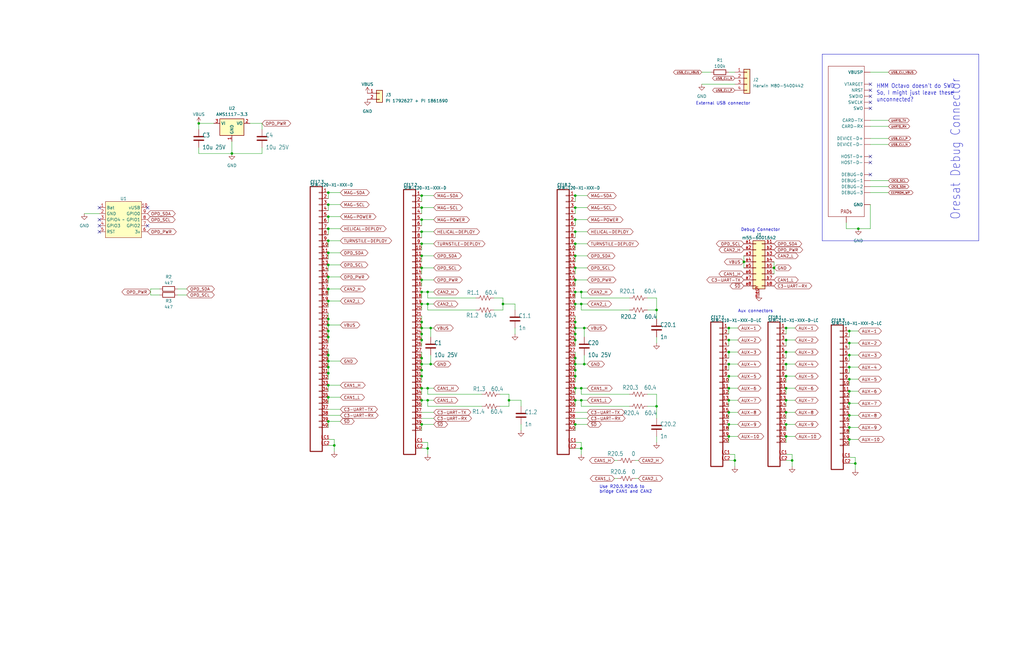
<source format=kicad_sch>
(kicad_sch (version 20230121) (generator eeschema)
  (paper "USLedger")
  (junction (at 313.69 110.49))
  (junction (at 358.14 149.86))
  (junction (at 307.34 148.59))
  (junction (at 276.86 130.81))
  (junction (at 138.43 81.28))
  (junction (at 242.57 163.83))
  (junction (at 331.47 158.75))
  (junction (at 177.8 135.89))
  (junction (at 245.11 123.19))
  (junction (at 138.43 91.44))
  (junction (at 177.8 151.13))
  (junction (at 177.8 168.91))
  (junction (at 138.43 101.6))
  (junction (at 307.34 168.91))
  (junction (at 138.43 177.8))
  (junction (at 245.11 128.27))
  (junction (at 358.14 154.94))
  (junction (at 242.57 158.75))
  (junction (at 177.8 158.75))
  (junction (at 307.34 163.83))
  (junction (at 246.38 138.43))
  (junction (at 180.34 123.19))
  (junction (at 242.57 92.71))
  (junction (at 331.47 168.91))
  (junction (at 309.88 194.31))
  (junction (at 242.57 118.11))
  (junction (at 177.8 87.63))
  (junction (at 177.8 123.19))
  (junction (at 242.57 138.43))
  (junction (at 177.8 107.95))
  (junction (at 242.57 82.55))
  (junction (at 242.57 153.67))
  (junction (at 138.43 86.36))
  (junction (at 138.43 127))
  (junction (at 245.11 163.83))
  (junction (at 177.8 118.11))
  (junction (at 242.57 156.21))
  (junction (at 138.43 137.16))
  (junction (at 177.8 143.51))
  (junction (at 138.43 134.62))
  (junction (at 331.47 148.59))
  (junction (at 138.43 142.24))
  (junction (at 331.47 138.43))
  (junction (at 331.47 179.07))
  (junction (at 242.57 113.03))
  (junction (at 138.43 152.4))
  (junction (at 177.8 102.87))
  (junction (at 138.43 157.48))
  (junction (at 358.14 185.42))
  (junction (at 177.8 113.03))
  (junction (at 331.47 173.99))
  (junction (at 180.34 128.27))
  (junction (at 138.43 116.84))
  (junction (at 138.43 154.94))
  (junction (at 242.57 179.07))
  (junction (at 242.57 135.89))
  (junction (at 242.57 107.95))
  (junction (at 307.34 158.75))
  (junction (at 138.43 111.76))
  (junction (at 358.14 160.02))
  (junction (at 177.8 156.21))
  (junction (at 83.82 52.07))
  (junction (at 242.57 123.19))
  (junction (at 242.57 168.91))
  (junction (at 331.47 163.83))
  (junction (at 181.61 153.67))
  (junction (at 138.43 121.92))
  (junction (at 358.14 165.1))
  (junction (at 242.57 97.79))
  (junction (at 307.34 143.51))
  (junction (at 177.8 128.27))
  (junction (at 180.34 163.83))
  (junction (at 358.14 170.18))
  (junction (at 307.34 153.67))
  (junction (at 177.8 153.67))
  (junction (at 140.97 187.96))
  (junction (at 331.47 184.15))
  (junction (at 180.34 189.23))
  (junction (at 331.47 143.51))
  (junction (at 361.95 96.52))
  (junction (at 242.57 128.27))
  (junction (at 177.8 140.97))
  (junction (at 214.63 168.91))
  (junction (at 242.57 143.51))
  (junction (at 242.57 102.87))
  (junction (at 307.34 173.99))
  (junction (at 138.43 96.52))
  (junction (at 307.34 184.15))
  (junction (at 334.01 194.31))
  (junction (at 358.14 144.78))
  (junction (at 242.57 140.97))
  (junction (at 245.11 168.91))
  (junction (at 276.86 171.45))
  (junction (at 212.09 128.27))
  (junction (at 242.57 87.63))
  (junction (at 138.43 167.64))
  (junction (at 307.34 138.43))
  (junction (at 177.8 97.79))
  (junction (at 358.14 175.26))
  (junction (at 177.8 179.07))
  (junction (at 138.43 149.86))
  (junction (at 358.14 180.34))
  (junction (at 138.43 106.68))
  (junction (at 360.68 195.58))
  (junction (at 358.14 139.7))
  (junction (at 180.34 168.91))
  (junction (at 331.47 153.67))
  (junction (at 177.8 163.83))
  (junction (at 307.34 179.07))
  (junction (at 177.8 92.71))
  (junction (at 177.8 138.43))
  (junction (at 138.43 139.7))
  (junction (at 326.39 113.03))
  (junction (at 246.38 153.67))
  (junction (at 245.11 189.23))
  (junction (at 177.8 82.55))
  (junction (at 97.79 64.77))
  (junction (at 138.43 162.56))
  (junction (at 242.57 151.13))
  (junction (at 181.61 138.43))
  (no_connect (at 367.03 38.1))
  (no_connect (at 367.03 73.66))
  (no_connect (at 367.03 68.58))
  (no_connect (at 367.03 35.56))
  (no_connect (at 41.91 92.71))
  (no_connect (at 41.91 87.63))
  (no_connect (at 62.23 87.63))
  (no_connect (at 367.03 45.72))
  (no_connect (at 41.91 97.79))
  (no_connect (at 367.03 43.18))
  (no_connect (at 62.23 95.25))
  (no_connect (at 367.03 66.04))
  (no_connect (at 367.03 40.64))
  (no_connect (at 41.91 95.25))
  (wire (pts (xy 267.97 194.31) (xy 269.24 194.31)))
  (wire (pts (xy 356.87 93.98) (xy 356.87 96.52)) (stroke (width 0.1524)))
  (wire (pts (xy 83.82 64.77) (xy 97.79 64.77)))
  (wire (pts (xy 331.47 163.83) (xy 335.28 163.83)))
  (wire (pts (xy 138.43 96.52) (xy 138.43 99.06)))
  (wire (pts (xy 242.57 189.23) (xy 245.11 189.23)))
  (wire (pts (xy 326.39 110.49) (xy 326.39 113.03)))
  (wire (pts (xy 242.57 107.95) (xy 242.57 110.49)))
  (wire (pts (xy 247.65 138.43) (xy 246.38 138.43)))
  (wire (pts (xy 307.34 158.75) (xy 307.34 161.29)))
  (wire (pts (xy 242.57 102.87) (xy 242.57 105.41)))
  (wire (pts (xy 138.43 162.56) (xy 138.43 165.1)))
  (wire (pts (xy 182.88 163.83) (xy 180.34 163.83)))
  (wire (pts (xy 219.71 171.45) (xy 219.71 168.91)))
  (wire (pts (xy 358.14 139.7) (xy 358.14 142.24)))
  (wire (pts (xy 245.11 171.45) (xy 265.43 171.45)))
  (wire (pts (xy 177.8 143.51) (xy 177.8 146.05)))
  (wire (pts (xy 182.88 107.95) (xy 177.8 107.95)))
  (wire (pts (xy 245.11 186.69) (xy 245.11 189.23)))
  (wire (pts (xy 143.51 116.84) (xy 138.43 116.84)))
  (wire (pts (xy 180.34 166.37) (xy 203.2 166.37)))
  (wire (pts (xy 212.09 125.73) (xy 212.09 128.27)))
  (wire (pts (xy 177.8 123.19) (xy 177.8 125.73)))
  (wire (pts (xy 331.47 168.91) (xy 331.47 171.45)))
  (wire (pts (xy 358.14 139.7) (xy 361.95 139.7)))
  (wire (pts (xy 331.47 184.15) (xy 335.28 184.15)))
  (wire (pts (xy 358.14 175.26) (xy 358.14 177.8)))
  (wire (pts (xy 242.57 97.79) (xy 242.57 100.33)))
  (wire (pts (xy 313.69 107.95) (xy 313.69 110.49)))
  (wire (pts (xy 138.43 175.26) (xy 143.51 175.26)))
  (wire (pts (xy 276.86 142.24) (xy 276.86 144.78)))
  (wire (pts (xy 143.51 101.6) (xy 138.43 101.6)))
  (wire (pts (xy 309.88 196.85) (xy 309.88 194.31)))
  (wire (pts (xy 138.43 177.8) (xy 138.43 180.34)))
  (wire (pts (xy 138.43 167.64) (xy 143.51 167.64)))
  (wire (pts (xy 242.57 186.69) (xy 245.11 186.69)))
  (wire (pts (xy 331.47 153.67) (xy 331.47 156.21)))
  (wire (pts (xy 273.05 130.81) (xy 276.86 130.81)))
  (wire (pts (xy 245.11 166.37) (xy 265.43 166.37)))
  (wire (pts (xy 356.87 96.52) (xy 361.95 96.52)) (stroke (width 0.1524)))
  (wire (pts (xy 177.8 92.71) (xy 182.88 92.71)))
  (wire (pts (xy 177.8 102.87) (xy 177.8 105.41)))
  (wire (pts (xy 358.14 144.78) (xy 361.95 144.78)))
  (wire (pts (xy 331.47 143.51) (xy 335.28 143.51)))
  (wire (pts (xy 242.57 92.71) (xy 242.57 95.25)))
  (wire (pts (xy 138.43 137.16) (xy 138.43 139.7)))
  (wire (pts (xy 358.14 149.86) (xy 358.14 152.4)))
  (wire (pts (xy 307.34 30.48) (xy 309.88 30.48)))
  (wire (pts (xy 358.14 160.02) (xy 361.95 160.02)))
  (wire (pts (xy 214.63 168.91) (xy 214.63 171.45)))
  (wire (pts (xy 210.82 166.37) (xy 214.63 166.37)))
  (wire (pts (xy 331.47 179.07) (xy 331.47 181.61)))
  (wire (pts (xy 138.43 157.48) (xy 138.43 160.02)))
  (wire (pts (xy 177.8 179.07) (xy 177.8 181.61)))
  (wire (pts (xy 181.61 153.67) (xy 177.8 153.67)))
  (wire (pts (xy 267.97 201.93) (xy 269.24 201.93)))
  (wire (pts (xy 177.8 82.55) (xy 177.8 85.09)))
  (wire (pts (xy 245.11 123.19) (xy 245.11 125.73)))
  (wire (pts (xy 246.38 153.67) (xy 242.57 153.67)))
  (wire (pts (xy 97.79 59.69) (xy 97.79 64.77)))
  (wire (pts (xy 177.8 97.79) (xy 177.8 100.33)))
  (wire (pts (xy 242.57 118.11) (xy 242.57 120.65)))
  (wire (pts (xy 358.14 149.86) (xy 361.95 149.86)))
  (wire (pts (xy 138.43 86.36) (xy 143.51 86.36)))
  (wire (pts (xy 245.11 163.83) (xy 242.57 163.83)))
  (wire (pts (xy 360.68 195.58) (xy 358.14 195.58)))
  (wire (pts (xy 358.14 165.1) (xy 358.14 167.64)))
  (wire (pts (xy 177.8 148.59) (xy 177.8 151.13)))
  (wire (pts (xy 307.34 158.75) (xy 311.15 158.75)))
  (wire (pts (xy 242.57 153.67) (xy 242.57 156.21)))
  (wire (pts (xy 138.43 81.28) (xy 138.43 83.82)))
  (wire (pts (xy 212.09 128.27) (xy 212.09 130.81)))
  (wire (pts (xy 177.8 163.83) (xy 177.8 166.37)))
  (wire (pts (xy 182.88 168.91) (xy 180.34 168.91)))
  (wire (pts (xy 367.03 60.96) (xy 374.65 60.96)) (stroke (width 0.1524)))
  (wire (pts (xy 367.03 96.52) (xy 367.03 86.36)) (stroke (width 0.1524)))
  (wire (pts (xy 242.57 176.53) (xy 247.65 176.53)))
  (wire (pts (xy 214.63 166.37) (xy 214.63 168.91)))
  (wire (pts (xy 367.03 30.48) (xy 374.65 30.48)) (stroke (width 0.1524)))
  (wire (pts (xy 138.43 152.4) (xy 138.43 154.94)))
  (wire (pts (xy 110.49 52.07) (xy 110.49 54.61)))
  (wire (pts (xy 273.05 166.37) (xy 276.86 166.37)))
  (wire (pts (xy 307.34 138.43) (xy 307.34 140.97)))
  (wire (pts (xy 367.03 81.28) (xy 374.65 81.28)) (stroke (width 0.1524)))
  (wire (pts (xy 242.57 156.21) (xy 242.57 158.75)))
  (wire (pts (xy 138.43 121.92) (xy 143.51 121.92)))
  (wire (pts (xy 331.47 158.75) (xy 335.28 158.75)))
  (wire (pts (xy 259.08 201.93) (xy 260.35 201.93)))
  (wire (pts (xy 259.08 194.31) (xy 260.35 194.31)))
  (wire (pts (xy 358.14 160.02) (xy 358.14 162.56)))
  (wire (pts (xy 247.65 118.11) (xy 242.57 118.11)))
  (wire (pts (xy 247.65 102.87) (xy 242.57 102.87)))
  (wire (pts (xy 307.34 153.67) (xy 311.15 153.67)))
  (wire (pts (xy 307.34 148.59) (xy 307.34 151.13)))
  (wire (pts (xy 331.47 158.75) (xy 331.47 161.29)))
  (wire (pts (xy 208.28 125.73) (xy 212.09 125.73)))
  (wire (pts (xy 138.43 86.36) (xy 138.43 88.9)))
  (wire (pts (xy 181.61 138.43) (xy 181.61 142.24)))
  (wire (pts (xy 242.57 87.63) (xy 247.65 87.63)))
  (wire (pts (xy 242.57 92.71) (xy 247.65 92.71)))
  (wire (pts (xy 140.97 187.96) (xy 140.97 190.5)))
  (wire (pts (xy 35.56 90.17) (xy 41.91 90.17)))
  (wire (pts (xy 295.91 30.48) (xy 299.72 30.48)))
  (wire (pts (xy 110.49 64.77) (xy 110.49 62.23)))
  (wire (pts (xy 97.79 64.77) (xy 110.49 64.77)))
  (wire (pts (xy 247.65 107.95) (xy 242.57 107.95)))
  (wire (pts (xy 143.51 172.72) (xy 138.43 172.72)))
  (wire (pts (xy 138.43 132.08) (xy 138.43 134.62)))
  (wire (pts (xy 140.97 185.42) (xy 140.97 187.96)))
  (wire (pts (xy 242.57 135.89) (xy 242.57 138.43)))
  (wire (pts (xy 358.14 144.78) (xy 358.14 147.32)))
  (wire (pts (xy 331.47 143.51) (xy 331.47 146.05)))
  (wire (pts (xy 309.88 194.31) (xy 309.88 191.77)))
  (wire (pts (xy 246.38 138.43) (xy 246.38 142.24)))
  (wire (pts (xy 180.34 168.91) (xy 177.8 168.91)))
  (wire (pts (xy 331.47 173.99) (xy 335.28 173.99)))
  (wire (pts (xy 309.88 194.31) (xy 307.34 194.31)))
  (wire (pts (xy 138.43 137.16) (xy 143.51 137.16)))
  (wire (pts (xy 247.65 128.27) (xy 245.11 128.27)))
  (wire (pts (xy 358.14 180.34) (xy 361.95 180.34)))
  (wire (pts (xy 177.8 118.11) (xy 177.8 120.65)))
  (wire (pts (xy 242.57 148.59) (xy 242.57 151.13)))
  (wire (pts (xy 182.88 138.43) (xy 181.61 138.43)))
  (wire (pts (xy 138.43 185.42) (xy 140.97 185.42)))
  (wire (pts (xy 358.14 185.42) (xy 358.14 187.96)))
  (wire (pts (xy 105.41 52.07) (xy 110.49 52.07)))
  (wire (pts (xy 273.05 125.73) (xy 276.86 125.73)))
  (wire (pts (xy 367.03 76.2) (xy 374.65 76.2)) (stroke (width 0.1524)))
  (wire (pts (xy 177.8 107.95) (xy 177.8 110.49)))
  (wire (pts (xy 138.43 91.44) (xy 143.51 91.44)))
  (wire (pts (xy 74.93 121.92) (xy 78.74 121.92)))
  (wire (pts (xy 245.11 168.91) (xy 242.57 168.91)))
  (wire (pts (xy 247.65 179.07) (xy 242.57 179.07)))
  (wire (pts (xy 63.5 121.92) (xy 63.5 124.46)))
  (wire (pts (xy 210.82 171.45) (xy 214.63 171.45)))
  (wire (pts (xy 307.34 179.07) (xy 311.15 179.07)))
  (wire (pts (xy 138.43 162.56) (xy 143.51 162.56)))
  (wire (pts (xy 177.8 168.91) (xy 177.8 171.45)))
  (wire (pts (xy 90.17 52.07) (xy 83.82 52.07)))
  (wire (pts (xy 361.95 96.52) (xy 367.03 96.52)) (stroke (width 0.1524)))
  (wire (pts (xy 295.91 35.56) (xy 309.88 35.56)))
  (wire (pts (xy 276.86 125.73) (xy 276.86 130.81)))
  (wire (pts (xy 242.57 163.83) (xy 242.57 166.37)))
  (wire (pts (xy 358.14 175.26) (xy 361.95 175.26)))
  (wire (pts (xy 138.43 116.84) (xy 138.43 119.38)))
  (wire (pts (xy 182.88 128.27) (xy 180.34 128.27)))
  (wire (pts (xy 182.88 102.87) (xy 177.8 102.87)))
  (wire (pts (xy 307.34 163.83) (xy 311.15 163.83)))
  (wire (pts (xy 242.57 179.07) (xy 242.57 181.61)))
  (wire (pts (xy 307.34 148.59) (xy 311.15 148.59)))
  (wire (pts (xy 177.8 186.69) (xy 180.34 186.69)))
  (wire (pts (xy 83.82 62.23) (xy 83.82 64.77)))
  (wire (pts (xy 177.8 189.23) (xy 180.34 189.23)))
  (wire (pts (xy 138.43 106.68) (xy 138.43 109.22)))
  (wire (pts (xy 242.57 151.13) (xy 242.57 153.67)))
  (wire (pts (xy 242.57 128.27) (xy 242.57 130.81)))
  (wire (pts (xy 245.11 168.91) (xy 245.11 171.45)))
  (wire (pts (xy 177.8 156.21) (xy 177.8 158.75)))
  (wire (pts (xy 367.03 50.8) (xy 374.65 50.8)) (stroke (width 0.1524)))
  (wire (pts (xy 242.57 140.97) (xy 242.57 143.51)))
  (wire (pts (xy 138.43 127) (xy 138.43 129.54)))
  (wire (pts (xy 334.01 191.77) (xy 331.47 191.77)))
  (wire (pts (xy 177.8 97.79) (xy 182.88 97.79)))
  (wire (pts (xy 138.43 91.44) (xy 138.43 93.98)))
  (wire (pts (xy 177.8 128.27) (xy 177.8 130.81)))
  (wire (pts (xy 276.86 184.15) (xy 276.86 186.69)))
  (wire (pts (xy 331.47 153.67) (xy 335.28 153.67)))
  (wire (pts (xy 138.43 111.76) (xy 138.43 114.3)))
  (wire (pts (xy 331.47 148.59) (xy 335.28 148.59)))
  (wire (pts (xy 313.69 110.49) (xy 313.69 113.03)))
  (polyline (pts (xy 412.75 101.6) (xy 412.75 22.86)) (stroke (width 0.1524) (type solid)))
  (wire (pts (xy 307.34 168.91) (xy 307.34 171.45)))
  (wire (pts (xy 245.11 189.23) (xy 245.11 191.77)))
  (wire (pts (xy 307.34 173.99) (xy 307.34 176.53)))
  (wire (pts (xy 138.43 187.96) (xy 140.97 187.96)))
  (wire (pts (xy 245.11 123.19) (xy 247.65 123.19)))
  (wire (pts (xy 245.11 128.27) (xy 245.11 130.81)))
  (wire (pts (xy 180.34 163.83) (xy 180.34 166.37)))
  (wire (pts (xy 246.38 138.43) (xy 242.57 138.43)))
  (wire (pts (xy 180.34 130.81) (xy 200.66 130.81)))
  (wire (pts (xy 138.43 127) (xy 143.51 127)))
  (polyline (pts (xy 346.71 22.86) (xy 346.71 101.6)) (stroke (width 0.1524) (type solid)))
  (wire (pts (xy 331.47 148.59) (xy 331.47 151.13)))
  (wire (pts (xy 276.86 166.37) (xy 276.86 171.45)))
  (wire (pts (xy 182.88 179.07) (xy 177.8 179.07)))
  (wire (pts (xy 247.65 173.99) (xy 242.57 173.99)))
  (wire (pts (xy 182.88 113.03) (xy 177.8 113.03)))
  (wire (pts (xy 242.57 138.43) (xy 242.57 140.97)))
  (wire (pts (xy 242.57 123.19) (xy 245.11 123.19)))
  (wire (pts (xy 180.34 186.69) (xy 180.34 189.23)))
  (wire (pts (xy 247.65 113.03) (xy 242.57 113.03)))
  (wire (pts (xy 138.43 81.28) (xy 143.51 81.28)))
  (wire (pts (xy 273.05 171.45) (xy 276.86 171.45)))
  (wire (pts (xy 358.14 154.94) (xy 358.14 157.48)))
  (wire (pts (xy 247.65 168.91) (xy 245.11 168.91)))
  (wire (pts (xy 326.39 113.03) (xy 326.39 115.57)))
  (wire (pts (xy 245.11 130.81) (xy 265.43 130.81)))
  (wire (pts (xy 177.8 176.53) (xy 182.88 176.53)))
  (wire (pts (xy 242.57 133.35) (xy 242.57 135.89)))
  (wire (pts (xy 180.34 163.83) (xy 177.8 163.83)))
  (wire (pts (xy 177.8 113.03) (xy 177.8 115.57)))
  (polyline (pts (xy 412.75 22.86) (xy 346.71 22.86)) (stroke (width 0.1524) (type solid)))
  (wire (pts (xy 242.57 82.55) (xy 247.65 82.55)))
  (wire (pts (xy 246.38 149.86) (xy 246.38 153.67)))
  (wire (pts (xy 177.8 138.43) (xy 177.8 140.97)))
  (wire (pts (xy 138.43 142.24) (xy 138.43 144.78)))
  (wire (pts (xy 367.03 53.34) (xy 374.65 53.34)) (stroke (width 0.1524)))
  (wire (pts (xy 307.34 138.43) (xy 311.15 138.43)))
  (wire (pts (xy 177.8 158.75) (xy 177.8 161.29)))
  (wire (pts (xy 331.47 163.83) (xy 331.47 166.37)))
  (wire (pts (xy 331.47 179.07) (xy 335.28 179.07)))
  (wire (pts (xy 217.17 138.43) (xy 217.17 140.97)))
  (wire (pts (xy 177.8 123.19) (xy 180.34 123.19)))
  (wire (pts (xy 331.47 138.43) (xy 335.28 138.43)))
  (wire (pts (xy 360.68 195.58) (xy 360.68 193.04)))
  (wire (pts (xy 242.57 87.63) (xy 242.57 90.17)))
  (wire (pts (xy 242.57 113.03) (xy 242.57 115.57)))
  (wire (pts (xy 138.43 147.32) (xy 138.43 149.86)))
  (wire (pts (xy 331.47 173.99) (xy 331.47 176.53)))
  (wire (pts (xy 138.43 152.4) (xy 143.51 152.4)))
  (wire (pts (xy 307.34 184.15) (xy 311.15 184.15)))
  (wire (pts (xy 177.8 140.97) (xy 177.8 143.51)))
  (wire (pts (xy 208.28 130.81) (xy 212.09 130.81)))
  (wire (pts (xy 138.43 121.92) (xy 138.43 124.46)))
  (wire (pts (xy 180.34 123.19) (xy 182.88 123.19)))
  (wire (pts (xy 182.88 173.99) (xy 177.8 173.99)))
  (wire (pts (xy 307.34 168.91) (xy 311.15 168.91)))
  (wire (pts (xy 358.14 170.18) (xy 361.95 170.18)))
  (wire (pts (xy 177.8 151.13) (xy 177.8 153.67)))
  (wire (pts (xy 309.88 191.77) (xy 307.34 191.77)))
  (wire (pts (xy 181.61 149.86) (xy 181.61 153.67)))
  (wire (pts (xy 180.34 128.27) (xy 180.34 130.81)))
  (wire (pts (xy 143.51 106.68) (xy 138.43 106.68)))
  (wire (pts (xy 143.51 177.8) (xy 138.43 177.8)))
  (wire (pts (xy 67.31 121.92) (xy 63.5 121.92)))
  (wire (pts (xy 334.01 194.31) (xy 331.47 194.31)))
  (wire (pts (xy 181.61 138.43) (xy 177.8 138.43)))
  (wire (pts (xy 138.43 96.52) (xy 143.51 96.52)))
  (wire (pts (xy 83.82 52.07) (xy 83.82 54.61)))
  (wire (pts (xy 358.14 154.94) (xy 361.95 154.94)))
  (wire (pts (xy 367.03 78.74) (xy 374.65 78.74)) (stroke (width 0.1524)))
  (wire (pts (xy 242.57 143.51) (xy 242.57 146.05)))
  (wire (pts (xy 217.17 128.27) (xy 217.17 130.81)))
  (wire (pts (xy 331.47 138.43) (xy 331.47 140.97)))
  (wire (pts (xy 177.8 133.35) (xy 177.8 135.89)))
  (wire (pts (xy 358.14 185.42) (xy 361.95 185.42)))
  (wire (pts (xy 245.11 128.27) (xy 242.57 128.27)))
  (wire (pts (xy 138.43 101.6) (xy 138.43 104.14)))
  (wire (pts (xy 177.8 92.71) (xy 177.8 95.25)))
  (wire (pts (xy 182.88 118.11) (xy 177.8 118.11)))
  (wire (pts (xy 334.01 194.31) (xy 334.01 191.77)))
  (wire (pts (xy 242.57 123.19) (xy 242.57 125.73)))
  (wire (pts (xy 219.71 179.07) (xy 219.71 181.61)))
  (wire (pts (xy 177.8 153.67) (xy 177.8 156.21)))
  (wire (pts (xy 138.43 154.94) (xy 138.43 157.48)))
  (wire (pts (xy 177.8 87.63) (xy 177.8 90.17)))
  (wire (pts (xy 212.09 128.27) (xy 217.17 128.27)))
  (wire (pts (xy 307.34 143.51) (xy 307.34 146.05)))
  (wire (pts (xy 177.8 135.89) (xy 177.8 138.43)))
  (wire (pts (xy 334.01 196.85) (xy 334.01 194.31)))
  (wire (pts (xy 180.34 189.23) (xy 180.34 191.77)))
  (wire (pts (xy 360.68 198.12) (xy 360.68 195.58)))
  (wire (pts (xy 307.34 184.15) (xy 307.34 186.69)))
  (wire (pts (xy 242.57 82.55) (xy 242.57 85.09)))
  (wire (pts (xy 242.57 97.79) (xy 247.65 97.79)))
  (wire (pts (xy 367.03 58.42) (xy 374.65 58.42)) (stroke (width 0.1524)))
  (wire (pts (xy 138.43 167.64) (xy 138.43 170.18)))
  (wire (pts (xy 307.34 143.51) (xy 311.15 143.51)))
  (wire (pts (xy 138.43 149.86) (xy 138.43 152.4)))
  (wire (pts (xy 180.34 168.91) (xy 180.34 171.45)))
  (wire (pts (xy 242.57 158.75) (xy 242.57 161.29)))
  (wire (pts (xy 276.86 171.45) (xy 276.86 176.53)))
  (wire (pts (xy 143.51 111.76) (xy 138.43 111.76)))
  (polyline (pts (xy 346.71 101.6) (xy 412.75 101.6)) (stroke (width 0.1524) (type solid)))
  (wire (pts (xy 214.63 168.91) (xy 219.71 168.91)))
  (wire (pts (xy 180.34 123.19) (xy 180.34 125.73)))
  (wire (pts (xy 307.34 153.67) (xy 307.34 156.21)))
  (wire (pts (xy 307.34 173.99) (xy 311.15 173.99)))
  (wire (pts (xy 358.14 180.34) (xy 358.14 182.88)))
  (wire (pts (xy 247.65 153.67) (xy 246.38 153.67)))
  (wire (pts (xy 182.88 153.67) (xy 181.61 153.67)))
  (wire (pts (xy 276.86 130.81) (xy 276.86 134.62)))
  (wire (pts (xy 358.14 170.18) (xy 358.14 172.72)))
  (wire (pts (xy 247.65 163.83) (xy 245.11 163.83)))
  (wire (pts (xy 307.34 163.83) (xy 307.34 166.37)))
  (wire (pts (xy 177.8 82.55) (xy 182.88 82.55)))
  (wire (pts (xy 138.43 139.7) (xy 138.43 142.24)))
  (wire (pts (xy 63.5 124.46) (xy 67.31 124.46)))
  (wire (pts (xy 331.47 168.91) (xy 335.28 168.91)))
  (wire (pts (xy 177.8 87.63) (xy 182.88 87.63)))
  (wire (pts (xy 180.34 125.73) (xy 200.66 125.73)))
  (wire (pts (xy 180.34 171.45) (xy 203.2 171.45)))
  (wire (pts (xy 360.68 193.04) (xy 358.14 193.04)))
  (wire (pts (xy 245.11 125.73) (xy 265.43 125.73)))
  (wire (pts (xy 358.14 165.1) (xy 361.95 165.1)))
  (wire (pts (xy 74.93 124.46) (xy 78.74 124.46)))
  (wire (pts (xy 307.34 179.07) (xy 307.34 181.61)))
  (wire (pts (xy 331.47 184.15) (xy 331.47 186.69)))
  (wire (pts (xy 245.11 163.83) (xy 245.11 166.37)))
  (wire (pts (xy 242.57 168.91) (xy 242.57 171.45)))
  (wire (pts (xy 138.43 134.62) (xy 138.43 137.16)))
  (wire (pts (xy 180.34 128.27) (xy 177.8 128.27)))
  (text "Debug Connector" (at 312.42 97.79 0) (effects (font (size 1.27 1.27)) (justify left bottom)))
  (text "Use R20.5,R20.6 to\nbridge CAN1 and CAN2" (at 252.73 208.28 0) (effects (font (size 1.27 1.27)) (justify left bottom)))
  (text "External USB connector" (at 293.37 44.45 0) (effects (font (size 1.27 1.27)) (justify left bottom)))
  (text "Oresat Debug Connector" (at 405.13 33.02 90) (effects (font (size 3.81 3.2385)) (justify right bottom)))
  (text "HMM Octavo doesn't do SWD\nSo, I might just leave these\nunconnected?" (at 369.57 43.18 0) (effects (font (size 1.778 1.5113)) (justify left bottom)))
  (text "Aux connectors" (at 311.15 132.08 0) (effects (font (size 1.27 1.27)) (justify left bottom)))
  (global_label "C3-UART-TX" (shape bidirectional) (at 247.65 173.99 0) (effects (font (size 1.2446 1.2446))) (property "Intersheetrefs" "${INTERSHEET_REFS}" (effects hide)))
  (global_label "AUX-5" (shape bidirectional) (at 361.95 160.02 0) (effects (font (size 1.2446 1.2446))) (property "Intersheetrefs" "${INTERSHEET_REFS}" (effects hide)))
  (global_label "C3-UART-TX" (shape bidirectional) (at 182.88 173.99 0) (effects (font (size 1.2446 1.2446))) (property "Intersheetrefs" "${INTERSHEET_REFS}" (effects hide)))
  (global_label "VBUS" (shape bidirectional) (at 247.65 138.43 0) (effects (font (size 1.2446 1.2446))) (property "Intersheetrefs" "${INTERSHEET_REFS}" (effects hide)))
  (global_label "CAN2_L" (shape bidirectional) (at 143.51 127 0) (effects (font (size 1.2446 1.2446))) (property "Intersheetrefs" "${INTERSHEET_REFS}" (effects hide)))
  (global_label "AUX-6" (shape bidirectional) (at 361.95 165.1 0) (effects (font (size 1.2446 1.2446))) (property "Intersheetrefs" "${INTERSHEET_REFS}" (effects hide)))
  (global_label "CAN1_H" (shape bidirectional) (at 313.69 115.57 180) (effects (font (size 1.2446 1.2446))) (property "Intersheetrefs" "${INTERSHEET_REFS}" (effects hide)))
  (global_label "MAG-SCL" (shape bidirectional) (at 247.65 87.63 0) (effects (font (size 1.2446 1.2446))) (property "Intersheetrefs" "${INTERSHEET_REFS}" (effects hide)))
  (global_label "AUX-6" (shape bidirectional) (at 311.15 163.83 0) (effects (font (size 1.2446 1.2446))) (property "Intersheetrefs" "${INTERSHEET_REFS}" (effects hide)))
  (global_label "OPD_PWR" (shape bidirectional) (at 62.23 97.79 0) (effects (font (size 1.2446 1.2446))) (property "Intersheetrefs" "${INTERSHEET_REFS}" (effects hide)))
  (global_label "OPD_SCL" (shape bidirectional) (at 143.51 111.76 0) (effects (font (size 1.2446 1.2446))) (property "Intersheetrefs" "${INTERSHEET_REFS}" (effects hide)))
  (global_label "~{SD}" (shape bidirectional) (at 313.69 120.65 180) (effects (font (size 1.2446 1.2446))) (property "Intersheetrefs" "${INTERSHEET_REFS}" (effects hide)))
  (global_label "VBUS" (shape bidirectional) (at 143.51 137.16 0) (effects (font (size 1.2446 1.2446))) (property "Intersheetrefs" "${INTERSHEET_REFS}" (effects hide)))
  (global_label "GND" (shape bidirectional) (at 326.39 113.03 0) (effects (font (size 1.2446 1.2446))) (property "Intersheetrefs" "${INTERSHEET_REFS}" (effects hide)))
  (global_label "MAG-SDA" (shape bidirectional) (at 143.51 81.28 0) (effects (font (size 1.2446 1.2446))) (property "Intersheetrefs" "${INTERSHEET_REFS}" (effects hide)))
  (global_label "OPD_PWR" (shape bidirectional) (at 110.49 52.07 0) (effects (font (size 1.2446 1.2446))) (property "Intersheetrefs" "${INTERSHEET_REFS}" (effects hide)))
  (global_label "USB_CLI_N" (shape bidirectional) (at 309.88 33.02 180) (effects (font (size 0.889 0.889))) (property "Intersheetrefs" "${INTERSHEET_REFS}" (effects hide)))
  (global_label "OPD_SDA" (shape bidirectional) (at 62.23 90.17 0) (effects (font (size 1.2446 1.2446))) (property "Intersheetrefs" "${INTERSHEET_REFS}" (effects hide)))
  (global_label "HELICAL-DEPLOY" (shape bidirectional) (at 247.65 97.79 0) (effects (font (size 1.2446 1.2446))) (property "Intersheetrefs" "${INTERSHEET_REFS}" (effects hide)))
  (global_label "AUX-9" (shape bidirectional) (at 335.28 179.07 0) (effects (font (size 1.2446 1.2446))) (property "Intersheetrefs" "${INTERSHEET_REFS}" (effects hide)))
  (global_label "I2C0_SDA" (shape bidirectional) (at 374.65 78.74 0) (effects (font (size 0.889 0.889))) (property "Intersheetrefs" "${INTERSHEET_REFS}" (effects hide)))
  (global_label "CAN2_L" (shape bidirectional) (at 269.24 201.93 0) (effects (font (size 1.2446 1.2446))) (property "Intersheetrefs" "${INTERSHEET_REFS}" (effects hide)))
  (global_label "USB_CLI_N" (shape bidirectional) (at 374.65 60.96 0) (effects (font (size 0.889 0.889))) (property "Intersheetrefs" "${INTERSHEET_REFS}" (effects hide)))
  (global_label "CAN1_L" (shape bidirectional) (at 259.08 201.93 180) (effects (font (size 1.2446 1.2446))) (property "Intersheetrefs" "${INTERSHEET_REFS}" (effects hide)))
  (global_label "HELICAL-DEPLOY" (shape bidirectional) (at 182.88 97.79 0) (effects (font (size 1.2446 1.2446))) (property "Intersheetrefs" "${INTERSHEET_REFS}" (effects hide)))
  (global_label "TURNSTILE-DEPLOY" (shape bidirectional) (at 182.88 102.87 0) (effects (font (size 1.2446 1.2446))) (property "Intersheetrefs" "${INTERSHEET_REFS}" (effects hide)))
  (global_label "CAN2_H" (shape bidirectional) (at 182.88 123.19 0) (effects (font (size 1.2446 1.2446))) (property "Intersheetrefs" "${INTERSHEET_REFS}" (effects hide)))
  (global_label "CAN2_L" (shape bidirectional) (at 326.39 107.95 0) (effects (font (size 1.2446 1.2446))) (property "Intersheetrefs" "${INTERSHEET_REFS}" (effects hide)))
  (global_label "CAN1_H" (shape bidirectional) (at 182.88 163.83 0) (effects (font (size 1.2446 1.2446))) (property "Intersheetrefs" "${INTERSHEET_REFS}" (effects hide)))
  (global_label "GND" (shape bidirectional) (at 143.51 152.4 0) (effects (font (size 1.2446 1.2446))) (property "Intersheetrefs" "${INTERSHEET_REFS}" (effects hide)))
  (global_label "C3-UART-TX" (shape bidirectional) (at 143.51 172.72 0) (effects (font (size 1.2446 1.2446))) (property "Intersheetrefs" "${INTERSHEET_REFS}" (effects hide)))
  (global_label "AUX-7" (shape bidirectional) (at 361.95 170.18 0) (effects (font (size 1.2446 1.2446))) (property "Intersheetrefs" "${INTERSHEET_REFS}" (effects hide)))
  (global_label "CAN2_L" (shape bidirectional) (at 182.88 128.27 0) (effects (font (size 1.2446 1.2446))) (property "Intersheetrefs" "${INTERSHEET_REFS}" (effects hide)))
  (global_label "AUX-9" (shape bidirectional) (at 361.95 180.34 0) (effects (font (size 1.2446 1.2446))) (property "Intersheetrefs" "${INTERSHEET_REFS}" (effects hide)))
  (global_label "AUX-3" (shape bidirectional) (at 311.15 148.59 0) (effects (font (size 1.2446 1.2446))) (property "Intersheetrefs" "${INTERSHEET_REFS}" (effects hide)))
  (global_label "MAG-SCL" (shape bidirectional) (at 143.51 86.36 0) (effects (font (size 1.2446 1.2446))) (property "Intersheetrefs" "${INTERSHEET_REFS}" (effects hide)))
  (global_label "OPD_SDA" (shape bidirectional) (at 143.51 106.68 0) (effects (font (size 1.2446 1.2446))) (property "Intersheetrefs" "${INTERSHEET_REFS}" (effects hide)))
  (global_label "~{SD}" (shape bidirectional) (at 247.65 179.07 0) (effects (font (size 1.2446 1.2446))) (property "Intersheetrefs" "${INTERSHEET_REFS}" (effects hide)))
  (global_label "HELICAL-DEPLOY" (shape bidirectional) (at 143.51 96.52 0) (effects (font (size 1.2446 1.2446))) (property "Intersheetrefs" "${INTERSHEET_REFS}" (effects hide)))
  (global_label "OPD_SCL" (shape bidirectional) (at 62.23 92.71 0) (effects (font (size 1.2446 1.2446))) (property "Intersheetrefs" "${INTERSHEET_REFS}" (effects hide)))
  (global_label "I2C0_SCL" (shape bidirectional) (at 374.65 76.2 0) (effects (font (size 0.889 0.889))) (property "Intersheetrefs" "${INTERSHEET_REFS}" (effects hide)))
  (global_label "AUX-8" (shape bidirectional) (at 361.95 175.26 0) (effects (font (size 1.2446 1.2446))) (property "Intersheetrefs" "${INTERSHEET_REFS}" (effects hide)))
  (global_label "AUX-4" (shape bidirectional) (at 361.95 154.94 0) (effects (font (size 1.2446 1.2446))) (property "Intersheetrefs" "${INTERSHEET_REFS}" (effects hide)))
  (global_label "OPD_SCL" (shape bidirectional) (at 182.88 113.03 0) (effects (font (size 1.2446 1.2446))) (property "Intersheetrefs" "${INTERSHEET_REFS}" (effects hide)))
  (global_label "CAN1_H" (shape bidirectional) (at 247.65 163.83 0) (effects (font (size 1.2446 1.2446))) (property "Intersheetrefs" "${INTERSHEET_REFS}" (effects hide)))
  (global_label "C3-UART-TX" (shape bidirectional) (at 313.69 118.11 180) (effects (font (size 1.2446 1.2446))) (property "Intersheetrefs" "${INTERSHEET_REFS}" (effects hide)))
  (global_label "OPD_SDA" (shape bidirectional) (at 182.88 107.95 0) (effects (font (size 1.2446 1.2446))) (property "Intersheetrefs" "${INTERSHEET_REFS}" (effects hide)))
  (global_label "AUX-8" (shape bidirectional) (at 311.15 173.99 0) (effects (font (size 1.2446 1.2446))) (property "Intersheetrefs" "${INTERSHEET_REFS}" (effects hide)))
  (global_label "~{SD}" (shape bidirectional) (at 182.88 179.07 0) (effects (font (size 1.2446 1.2446))) (property "Intersheetrefs" "${INTERSHEET_REFS}" (effects hide)))
  (global_label "C3-UART-RX" (shape bidirectional) (at 182.88 176.53 0) (effects (font (size 1.2446 1.2446))) (property "Intersheetrefs" "${INTERSHEET_REFS}" (effects hide)))
  (global_label "OPD_PWR" (shape bidirectional) (at 182.88 118.11 0) (effects (font (size 1.2446 1.2446))) (property "Intersheetrefs" "${INTERSHEET_REFS}" (effects hide)))
  (global_label "AUX-2" (shape bidirectional) (at 361.95 144.78 0) (effects (font (size 1.2446 1.2446))) (property "Intersheetrefs" "${INTERSHEET_REFS}" (effects hide)))
  (global_label "AUX-10" (shape bidirectional) (at 311.15 184.15 0) (effects (font (size 1.2446 1.2446))) (property "Intersheetrefs" "${INTERSHEET_REFS}" (effects hide)))
  (global_label "MAG-POWER" (shape bidirectional) (at 182.88 92.71 0) (effects (font (size 1.2446 1.2446))) (property "Intersheetrefs" "${INTERSHEET_REFS}" (effects hide)))
  (global_label "OPD_PWR" (shape bidirectional) (at 63.5 123.19 180) (effects (font (size 1.2446 1.2446))) (property "Intersheetrefs" "${INTERSHEET_REFS}" (effects hide)))
  (global_label "AUX-5" (shape bidirectional) (at 311.15 158.75 0) (effects (font (size 1.2446 1.2446))) (property "Intersheetrefs" "${INTERSHEET_REFS}" (effects hide)))
  (global_label "EEPROM_WP" (shape bidirectional) (at 374.65 81.28 0) (effects (font (size 0.889 0.889))) (property "Intersheetrefs" "${INTERSHEET_REFS}" (effects hide)))
  (global_label "TURNSTILE-DEPLOY" (shape bidirectional) (at 143.51 101.6 0) (effects (font (size 1.2446 1.2446))) (property "Intersheetrefs" "${INTERSHEET_REFS}" (effects hide)))
  (global_label "AUX-2" (shape bidirectional) (at 335.28 143.51 0) (effects (font (size 1.2446 1.2446))) (property "Intersheetrefs" "${INTERSHEET_REFS}" (effects hide)))
  (global_label "CAN2_H" (shape bidirectional) (at 247.65 123.19 0) (effects (font (size 1.2446 1.2446))) (property "Intersheetrefs" "${INTERSHEET_REFS}" (effects hide)))
  (global_label "AUX-4" (shape bidirectional) (at 335.28 153.67 0) (effects (font (size 1.2446 1.2446))) (property "Intersheetrefs" "${INTERSHEET_REFS}" (effects hide)))
  (global_label "AUX-4" (shape bidirectional) (at 311.15 153.67 0) (effects (font (size 1.2446 1.2446))) (property "Intersheetrefs" "${INTERSHEET_REFS}" (effects hide)))
  (global_label "AUX-10" (shape bidirectional) (at 335.28 184.15 0) (effects (font (size 1.2446 1.2446))) (property "Intersheetrefs" "${INTERSHEET_REFS}" (effects hide)))
  (global_label "AUX-8" (shape bidirectional) (at 335.28 173.99 0) (effects (font (size 1.2446 1.2446))) (property "Intersheetrefs" "${INTERSHEET_REFS}" (effects hide)))
  (global_label "AUX-3" (shape bidirectional) (at 335.28 148.59 0) (effects (font (size 1.2446 1.2446))) (property "Intersheetrefs" "${INTERSHEET_REFS}" (effects hide)))
  (global_label "USB_CLI_P" (shape bidirectional) (at 374.65 58.42 0) (effects (font (size 0.889 0.889))) (property "Intersheetrefs" "${INTERSHEET_REFS}" (effects hide)))
  (global_label "MAG-POWER" (shape bidirectional) (at 247.65 92.71 0) (effects (font (size 1.2446 1.2446))) (property "Intersheetrefs" "${INTERSHEET_REFS}" (effects hide)))
  (global_label "MAG-SDA" (shape bidirectional) (at 182.88 82.55 0) (effects (font (size 1.2446 1.2446))) (property "Intersheetrefs" "${INTERSHEET_REFS}" (effects hide)))
  (global_label "OPD_PWR" (shape bidirectional) (at 143.51 116.84 0) (effects (font (size 1.2446 1.2446))) (property "Intersheetrefs" "${INTERSHEET_REFS}" (effects hide)))
  (global_label "CAN1_H" (shape bidirectional) (at 259.08 194.31 180) (effects (font (size 1.2446 1.2446))) (property "Intersheetrefs" "${INTERSHEET_REFS}" (effects hide)))
  (global_label "CAN2_H" (shape bidirectional) (at 313.69 105.41 180) (effects (font (size 1.2446 1.2446))) (property "Intersheetrefs" "${INTERSHEET_REFS}" (effects hide)))
  (global_label "USB_CLI_VBUS" (shape bidirectional) (at 374.65 30.48 0) (effects (font (size 0.889 0.889))) (property "Intersheetrefs" "${INTERSHEET_REFS}" (effects hide)))
  (global_label "MAG-SDA" (shape bidirectional) (at 247.65 82.55 0) (effects (font (size 1.2446 1.2446))) (property "Intersheetrefs" "${INTERSHEET_REFS}" (effects hide)))
  (global_label "AUX-2" (shape bidirectional) (at 311.15 143.51 0) (effects (font (size 1.2446 1.2446))) (property "Intersheetrefs" "${INTERSHEET_REFS}" (effects hide)))
  (global_label "AUX-7" (shape bidirectional) (at 335.28 168.91 0) (effects (font (size 1.2446 1.2446))) (property "Intersheetrefs" "${INTERSHEET_REFS}" (effects hide)))
  (global_label "AUX-7" (shape bidirectional) (at 311.15 168.91 0) (effects (font (size 1.2446 1.2446))) (property "Intersheetrefs" "${INTERSHEET_REFS}" (effects hide)))
  (global_label "C3-UART-RX" (shape bidirectional) (at 247.65 176.53 0) (effects (font (size 1.2446 1.2446))) (property "Intersheetrefs" "${INTERSHEET_REFS}" (effects hide)))
  (global_label "UART0_RX" (shape bidirectional) (at 374.65 53.34 0) (effects (font (size 0.889 0.889))) (property "Intersheetrefs" "${INTERSHEET_REFS}" (effects hide)))
  (global_label "OPD_PWR" (shape bidirectional) (at 247.65 118.11 0) (effects (font (size 1.2446 1.2446))) (property "Intersheetrefs" "${INTERSHEET_REFS}" (effects hide)))
  (global_label "AUX-6" (shape bidirectional) (at 335.28 163.83 0) (effects (font (size 1.2446 1.2446))) (property "Intersheetrefs" "${INTERSHEET_REFS}" (effects hide)))
  (global_label "C3-UART-RX" (shape bidirectional) (at 326.39 120.65 0) (effects (font (size 1.2446 1.2446))) (property "Intersheetrefs" "${INTERSHEET_REFS}" (effects hide)))
  (global_label "CAN2_H" (shape bidirectional) (at 143.51 121.92 0) (effects (font (size 1.2446 1.2446))) (property "Intersheetrefs" "${INTERSHEET_REFS}" (effects hide)))
  (global_label "AUX-3" (shape bidirectional) (at 361.95 149.86 0) (effects (font (size 1.2446 1.2446))) (property "Intersheetrefs" "${INTERSHEET_REFS}" (effects hide)))
  (global_label "AUX-5" (shape bidirectional) (at 335.28 158.75 0) (effects (font (size 1.2446 1.2446))) (property "Intersheetrefs" "${INTERSHEET_REFS}" (effects hide)))
  (global_label "OPD_SCL" (shape bidirectional) (at 78.74 124.46 0) (effects (font (size 1.2446 1.2446))) (property "Intersheetrefs" "${INTERSHEET_REFS}" (effects hide)))
  (global_label "USB_CLI_P" (shape bidirectional) (at 309.88 38.1 180) (effects (font (size 0.889 0.889))) (property "Intersheetrefs" "${INTERSHEET_REFS}" (effects hide)))
  (global_label "OPD_SCL" (shape bidirectional) (at 313.69 102.87 180) (effects (font (size 1.2446 1.2446))) (property "Intersheetrefs" "${INTERSHEET_REFS}" (effects hide)))
  (global_label "MAG-SCL" (shape bidirectional) (at 182.88 87.63 0) (effects (font (size 1.2446 1.2446))) (property "Intersheetrefs" "${INTERSHEET_REFS}" (effects hide)))
  (global_label "GND" (shape bidirectional) (at 182.88 153.67 0) (effects (font (size 1.2446 1.2446))) (property "Intersheetrefs" "${INTERSHEET_REFS}" (effects hide)))
  (global_label "OPD_SCL" (shape bidirectional) (at 247.65 113.03 0) (effects (font (size 1.2446 1.2446))) (property "Intersheetrefs" "${INTERSHEET_REFS}" (effects hide)))
  (global_label "CAN1_H" (shape bidirectional) (at 143.51 162.56 0) (effects (font (size 1.2446 1.2446))) (property "Intersheetrefs" "${INTERSHEET_REFS}" (effects hide)))
  (global_label "CAN1_L" (shape bidirectional) (at 326.39 118.11 0) (effects (font (size 1.2446 1.2446))) (property "Intersheetrefs" "${INTERSHEET_REFS}" (effects hide)))
  (global_label "AUX-9" (shape bidirectional) (at 311.15 179.07 0) (effects (font (size 1.2446 1.2446))) (property "Intersheetrefs" "${INTERSHEET_REFS}" (effects hide)))
  (global_label "C3-UART-RX" (shape bidirectional) (at 143.51 175.26 0) (effects (font (size 1.2446 1.2446))) (property "Intersheetrefs" "${INTERSHEET_REFS}" (effects hide)))
  (global_label "VBUS" (shape bidirectional) (at 182.88 138.43 0) (effects (font (size 1.2446 1.2446))) (property "Intersheetrefs" "${INTERSHEET_REFS}" (effects hide)))
  (global_label "OPD_SDA" (shape bidirectional) (at 326.39 102.87 0) (effects (font (size 1.2446 1.2446))) (property "Intersheetrefs" "${INTERSHEET_REFS}" (effects hide)))
  (global_label "USB_CLI_VBUS" (shape bidirectional) (at 295.91 30.48 180) (effects (font (size 0.889 0.889))) (property "Intersheetrefs" "${INTERSHEET_REFS}" (effects hide)))
  (global_label "OPD_SDA" (shape bidirectional) (at 78.74 121.92 0) (effects (font (size 1.2446 1.2446))) (property "Intersheetrefs" "${INTERSHEET_REFS}" (effects hide)))
  (global_label "AUX-1" (shape bidirectional) (at 311.15 138.43 0) (effects (font (size 1.2446 1.2446))) (property "Intersheetrefs" "${INTERSHEET_REFS}" (effects hide)))
  (global_label "VBUS" (shape bidirectional) (at 313.69 110.49 180) (effects (font (size 1.2446 1.2446))) (property "Intersheetrefs" "${INTERSHEET_REFS}" (effects hide)))
  (global_label "CAN1_L" (shape bidirectional) (at 143.51 167.64 0) (effects (font (size 1.2446 1.2446))) (property "Intersheetrefs" "${INTERSHEET_REFS}" (effects hide)))
  (global_label "CAN1_L" (shape bidirectional) (at 247.65 168.91 0) (effects (font (size 1.2446 1.2446))) (property "Intersheetrefs" "${INTERSHEET_REFS}" (effects hide)))
  (global_label "OPD_PWR" (shape bidirectional) (at 326.39 105.41 0) (effects (font (size 1.2446 1.2446))) (property "Intersheetrefs" "${INTERSHEET_REFS}" (effects hide)))
  (global_label "CAN1_L" (shape bidirectional) (at 182.88 168.91 0) (effects (font (size 1.2446 1.2446))) (property "Intersheetrefs" "${INTERSHEET_REFS}" (effects hide)))
  (global_label "GND" (shape bidirectional) (at 247.65 153.67 0) (effects (font (size 1.2446 1.2446))) (property "Intersheetrefs" "${INTERSHEET_REFS}" (effects hide)))
  (global_label "CAN2_H" (shape bidirectional) (at 269.24 194.31 0) (effects (font (size 1.2446 1.2446))) (property "Intersheetrefs" "${INTERSHEET_REFS}" (effects hide)))
  (global_label "TURNSTILE-DEPLOY" (shape bidirectional) (at 247.65 102.87 0) (effects (font (size 1.2446 1.2446))) (property "Intersheetrefs" "${INTERSHEET_REFS}" (effects hide)))
  (global_label "OPD_SDA" (shape bidirectional) (at 247.65 107.95 0) (effects (font (size 1.2446 1.2446))) (property "Intersheetrefs" "${INTERSHEET_REFS}" (effects hide)))
  (global_label "AUX-10" (shape bidirectional) (at 361.95 185.42 0) (effects (font (size 1.2446 1.2446))) (property "Intersheetrefs" "${INTERSHEET_REFS}" (effects hide)))
  (global_label "~{SD}" (shape bidirectional) (at 143.51 177.8 0) (effects (font (size 1.2446 1.2446))) (property "Intersheetrefs" "${INTERSHEET_REFS}" (effects hide)))
  (global_label "UART0_TX" (shape bidirectional) (at 374.65 50.8 0) (effects (font (size 0.889 0.889))) (property "Intersheetrefs" "${INTERSHEET_REFS}" (effects hide)))
  (global_label "CAN2_L" (shape bidirectional) (at 247.65 128.27 0) (effects (font (size 1.2446 1.2446))) (property "Intersheetrefs" "${INTERSHEET_REFS}" (effects hide)))
  (global_label "AUX-1" (shape bidirectional) (at 361.95 139.7 0) (effects (font (size 1.2446 1.2446))) (property "Intersheetrefs" "${INTERSHEET_REFS}" (effects hide)))
  (global_label "AUX-1" (shape bidirectional) (at 335.28 138.43 0) (effects (font (size 1.2446 1.2446))) (property "Intersheetrefs" "${INTERSHEET_REFS}" (effects hide)))
  (global_label "MAG-POWER" (shape bidirectional) (at 143.51 91.44 0) (effects (font (size 1.2446 1.2446))) (property "Intersheetrefs" "${INTERSHEET_REFS}" (effects hide)))
  (symbol (lib_id "Device:C") (at 246.38 146.05 0) (unit 1)
    (property "Reference" "C20" (at 247.904 145.669 0) (effects (font (size 1.778 1.5113)) (justify left bottom)))
    (property "Value" "10u 25V" (at 247.904 150.749 0) (effects (font (size 1.778 1.5113)) (justify left bottom)))
    (property "Footprint" "Capacitor_SMD:C_1206_3216Metric" (effects hide))
  )
  (symbol (lib_id "oresat-connectors:J-SAMTEC-TFM-110-01-L-D-RA") (at 302.26 186.69 0) (unit 1)
    (property "Reference" "CF17.1" (at 299.72 134.62 0) (effects (font (size 1.27 1.0795)) (justify left bottom)))
    (property "Value" "SFM-110-X1-XXX-D-LC" (at 299.72 135.89 0) (effects (font (size 1.27 1.0795)) (justify left bottom)))
    (property "Footprint" "oresat-connectors:J-SAMTEC-CF-SFM-110-X1-XXX-D-LC" (effects hide))
    (property "Datasheet" "https://suddendocs.samtec.com/catalog_english/tfm.pdf" (effects hide))
  )
  (symbol (lib_id "Connector_Generic:Conn_01x02") (at 160.02 39.37 0) (unit 1)
    (property "Reference" "J3" (at 162.56 40.005 0) (effects (justify left)))
    (property "Value" "PI 1792627 + PI 1861690 " (at 162.56 42.545 0) (effects (justify left)))
    (property "Footprint" "Connector_Phoenix_MSTB:PhoenixContact_MSTB_2,5_2-GF-5,08_1x02_P5.08mm_Horizontal_ThreadedFlange_MountHole" (effects hide))
  )
  (symbol (lib_id "power:GND") (at 219.71 181.61 0) (unit 1)
    (property "Reference" "#GND0105" (effects hide))
    (property "Value" "GND" (effects hide))
    (property "Footprint" "oresat-backplane-2u:" (effects hide))
  )
  (symbol (lib_id "Device:R_US") (at 204.47 125.73 270) (unit 1)
    (property "Reference" "R1.1" (at 196.85 124.46 90) (effects (font (size 1.778 1.5113)) (justify left bottom)))
    (property "Value" "60.4" (at 204.47 124.46 90) (effects (font (size 1.778 1.5113)) (justify left bottom)))
    (property "Footprint" "oresat-passives:0603-SMALL" (effects hide))
  )
  (symbol (lib_id "Device:R_US") (at 269.24 171.45 270) (unit 1)
    (property "Reference" "R20.4" (at 262.89 175.26 90) (effects (font (size 1.778 1.5113)) (justify left bottom)))
    (property "Value" "60.4" (at 271.78 175.26 90) (effects (font (size 1.778 1.5113)) (justify left bottom)))
    (property "Footprint" "oresat-passives:0603-SMALL" (effects hide))
  )
  (symbol (lib_id "power:GND") (at 360.68 198.12 0) (unit 1)
    (property "Reference" "#GND01" (effects hide))
    (property "Value" "GND" (effects hide))
    (property "Footprint" "oresat-backplane-2u:" (effects hide))
  )
  (symbol (lib_id "Device:C") (at 276.86 180.34 0) (unit 1)
    (property "Reference" "C20.2" (at 278.384 179.959 0) (effects (font (size 1.778 1.5113)) (justify left bottom)))
    (property "Value" "1n" (at 278.384 185.039 0) (effects (font (size 1.778 1.5113)) (justify left bottom)))
    (property "Footprint" "oresat-passives:0603-SMALL" (effects hide))
  )
  (symbol (lib_id "power:GND") (at 276.86 144.78 0) (unit 1)
    (property "Reference" "#GND0116" (effects hide))
    (property "Value" "GND" (effects hide))
    (property "Footprint" "oresat-backplane-2u:" (effects hide))
  )
  (symbol (lib_id "Device:R_US") (at 204.47 130.81 90) (unit 1)
    (property "Reference" "R1.2" (at 201.93 132.08 90) (effects (font (size 1.778 1.5113)) (justify left bottom)))
    (property "Value" "60.4" (at 209.55 132.08 90) (effects (font (size 1.778 1.5113)) (justify left bottom)))
    (property "Footprint" "oresat-passives:0603-SMALL" (effects hide))
  )
  (symbol (lib_id "Device:C") (at 217.17 134.62 0) (unit 1)
    (property "Reference" "C1.1" (at 218.694 134.239 0) (effects (font (size 1.778 1.5113)) (justify left bottom)))
    (property "Value" "1n" (at 218.694 139.319 0) (effects (font (size 1.778 1.5113)) (justify left bottom)))
    (property "Footprint" "oresat-passives:0603-SMALL" (effects hide))
  )
  (symbol (lib_id "Device:R") (at 71.12 121.92 90) (unit 1)
    (property "Reference" "R2" (at 71.12 116.84 90))
    (property "Value" "4k7" (at 71.12 119.38 90))
    (property "Footprint" "oresat-passives:0603-SMALL" (effects hide))
  )
  (symbol (lib_id "power:GND") (at 245.11 191.77 0) (unit 1)
    (property "Reference" "#GND0115" (effects hide))
    (property "Value" "GND" (effects hide))
    (property "Footprint" "oresat-backplane-2u:" (effects hide))
  )
  (symbol (lib_id "power:GND") (at 154.94 41.91 0) (unit 1)
    (property "Reference" "#PWR03" (effects hide))
    (property "Value" "GND" (at 154.94 46.99 0))
  )
  (symbol (lib_id "power:GND") (at 320.04 124.46 0) (unit 1)
    (property "Reference" "#GND0132" (effects hide))
    (property "Value" "GND" (effects hide))
    (property "Footprint" "oresat-backplane-2u:" (effects hide))
  )
  (symbol (lib_id "oresat-connectors:m55-6001642") (at 320.04 100.33 0) (unit 1)
    (property "Reference" "J1" (at 320.04 99.06 0))
    (property "Value" "m55-6001642" (at 320.04 100.33 0))
    (property "Footprint" "oresat-connectors:m55-6001642" (effects hide))
  )
  (symbol (lib_id "oresat-connectors:J-SAMTEC-SFM-120-X1-XXX-D") (at 172.72 130.81 0) (unit 1)
    (property "Reference" "CF17.2" (at 170.18 78.74 0) (effects (font (size 1.27 1.0795)) (justify left bottom)))
    (property "Value" "SFM-120-X1-XXX-D" (at 170.18 80.01 0) (effects (font (size 1.27 1.0795)) (justify left bottom)))
    (property "Footprint" "oresat-connectors:J-SAMTEC-SFM-120-X1-XXX-D" (effects hide))
  )
  (symbol (lib_id "oresat-mcu:Adafruit-Trinket-M0") (at 52.07 92.71 0) (unit 1)
    (property "Reference" "U1" (at 52.07 83.82 0))
    (property "Value" "~" (at 52.07 92.71 0))
    (property "Footprint" "oresat-mcu:Adafruit-Trinket" (effects hide))
  )
  (symbol (lib_id "Device:R_US") (at 269.24 166.37 90) (unit 1)
    (property "Reference" "R20.3" (at 269.24 162.56 90) (effects (font (size 1.778 1.5113)) (justify left bottom)))
    (property "Value" "60.4" (at 276.86 162.56 90) (effects (font (size 1.778 1.5113)) (justify left bottom)))
    (property "Footprint" "oresat-passives:0603-SMALL" (effects hide))
  )
  (symbol (lib_id "power:GND") (at 180.34 191.77 0) (unit 1)
    (property "Reference" "#GND0106" (effects hide))
    (property "Value" "GND" (effects hide))
    (property "Footprint" "oresat-backplane-2u:" (effects hide))
  )
  (symbol (lib_id "Regulator_Linear:AMS1117-3.3") (at 97.79 52.07 0) (unit 1)
    (property "Reference" "U2" (at 97.79 45.72 0))
    (property "Value" "AMS1117-3.3" (at 97.79 48.26 0))
    (property "Footprint" "Package_TO_SOT_SMD:SOT-223-3_TabPin2" (effects hide))
    (property "Datasheet" "http://www.advanced-monolithic.com/pdf/ds1117.pdf" (effects hide))
  )
  (symbol (lib_id "power:VBUS") (at 154.94 39.37 0) (unit 1)
    (property "Reference" "#PWR02" (effects hide))
    (property "Value" "VBUS" (at 154.94 35.56 0))
  )
  (symbol (lib_id "oresat-connectors:J-SAMTEC-TFM-110-01-L-D-RA") (at 326.39 186.69 0) (unit 1)
    (property "Reference" "CF18.1" (at 323.85 134.62 0) (effects (font (size 1.27 1.0795)) (justify left bottom)))
    (property "Value" "SFM-110-X1-XXX-D-LC" (at 323.85 135.89 0) (effects (font (size 1.27 1.0795)) (justify left bottom)))
    (property "Footprint" "oresat-connectors:J-SAMTEC-CF-SFM-110-X1-XXX-D-LC" (effects hide))
    (property "Datasheet" "https://suddendocs.samtec.com/catalog_english/tfm.pdf" (effects hide))
  )
  (symbol (lib_id "power:GND") (at 334.01 196.85 0) (unit 1)
    (property "Reference" "#GND0119" (effects hide))
    (property "Value" "GND" (effects hide))
    (property "Footprint" "oresat-backplane-2u:" (effects hide))
  )
  (symbol (lib_id "Device:C") (at 83.82 58.42 0) (unit 1)
    (property "Reference" "C3" (at 85.344 58.039 0) (effects (font (size 1.778 1.5113)) (justify left bottom)))
    (property "Value" "10u 25V" (at 85.344 63.119 0) (effects (font (size 1.778 1.5113)) (justify left bottom)))
    (property "Footprint" "Capacitor_SMD:C_1206_3216Metric" (effects hide))
  )
  (symbol (lib_id "Device:R") (at 303.53 30.48 90) (unit 1)
    (property "Reference" "R1" (at 303.53 25.4 90))
    (property "Value" "100k" (at 303.53 27.94 90))
    (property "Footprint" "Resistor_SMD:R_1206_3216Metric" (effects hide))
  )
  (symbol (lib_id "oresat-connectors:J-SAMTEC-SFM-120-X1-XXX-D") (at 237.49 130.81 0) (unit 1)
    (property "Reference" "CF18.2" (at 234.95 78.74 0) (effects (font (size 1.27 1.0795)) (justify left bottom)))
    (property "Value" "SFM-120-X1-XXX-D" (at 234.95 80.01 0) (effects (font (size 1.27 1.0795)) (justify left bottom)))
    (property "Footprint" "oresat-connectors:J-SAMTEC-SFM-120-X1-XXX-D" (effects hide))
  )
  (symbol (lib_id "Device:R_US") (at 264.16 194.31 90) (unit 1)
    (property "Reference" "R20.5" (at 262.89 190.5 90) (effects (font (size 1.778 1.5113)) (justify left bottom)))
    (property "Value" "0" (at 267.97 190.5 90) (effects (font (size 1.778 1.5113)) (justify left bottom)))
    (property "Footprint" "oresat-passives:0603-SMALL" (effects hide))
  )
  (symbol (lib_id "power:GND") (at 276.86 186.69 0) (unit 1)
    (property "Reference" "#GND0117" (effects hide))
    (property "Value" "GND" (effects hide))
    (property "Footprint" "oresat-backplane-2u:" (effects hide))
  )
  (symbol (lib_id "Device:C") (at 110.49 58.42 0) (unit 1)
    (property "Reference" "C4" (at 112.014 58.039 0) (effects (font (size 1.778 1.5113)) (justify left bottom)))
    (property "Value" "10u 25V" (at 112.014 63.119 0) (effects (font (size 1.778 1.5113)) (justify left bottom)))
    (property "Footprint" "Capacitor_SMD:C_1206_3216Metric" (effects hide))
  )
  (symbol (lib_id "Device:R_US") (at 269.24 130.81 270) (unit 1)
    (property "Reference" "R20.2" (at 261.62 134.62 90) (effects (font (size 1.778 1.5113)) (justify left bottom)))
    (property "Value" "60.4" (at 271.78 134.62 90) (effects (font (size 1.778 1.5113)) (justify left bottom)))
    (property "Footprint" "oresat-passives:0603-SMALL" (effects hide))
  )
  (symbol (lib_id "Device:R_US") (at 207.01 166.37 270) (unit 1)
    (property "Reference" "R1.3" (at 199.39 165.1 90) (effects (font (size 1.778 1.5113)) (justify left bottom)))
    (property "Value" "60.4" (at 207.01 165.1 90) (effects (font (size 1.778 1.5113)) (justify left bottom)))
    (property "Footprint" "oresat-passives:0603-SMALL" (effects hide))
  )
  (symbol (lib_id "Device:R_US") (at 264.16 201.93 90) (unit 1)
    (property "Reference" "R20.6" (at 264.16 198.12 90) (effects (font (size 1.778 1.5113)) (justify left bottom)))
    (property "Value" "0" (at 267.97 198.12 90) (effects (font (size 1.778 1.5113)) (justify left bottom)))
    (property "Footprint" "oresat-passives:0603-SMALL" (effects hide))
  )
  (symbol (lib_id "oresat-connectors:J-SAMTEC-SFM-120-X1-XXX-D") (at 133.35 129.54 0) (unit 1)
    (property "Reference" "CF17.3" (at 130.81 77.47 0) (effects (font (size 1.27 1.0795)) (justify left bottom)))
    (property "Value" "SFM-120-X1-XXX-D" (at 130.81 78.74 0) (effects (font (size 1.27 1.0795)) (justify left bottom)))
    (property "Footprint" "oresat-connectors:J-SAMTEC-SFM-120-X1-XXX-D" (effects hide))
  )
  (symbol (lib_id "power:GND") (at 217.17 140.97 0) (unit 1)
    (property "Reference" "#GND0107" (effects hide))
    (property "Value" "GND" (effects hide))
    (property "Footprint" "oresat-backplane-2u:" (effects hide))
  )
  (symbol (lib_id "oresat-connectors:J-SAMTEC-TFM-110-01-L-D-RA") (at 353.06 187.96 0) (unit 1)
    (property "Reference" "CF18.3" (at 350.52 135.89 0) (effects (font (size 1.27 1.0795)) (justify left bottom)))
    (property "Value" "SFM-110-X1-XXX-D-LC" (at 350.52 137.16 0) (effects (font (size 1.27 1.0795)) (justify left bottom)))
    (property "Footprint" "oresat-connectors:J-SAMTEC-CF-SFM-110-X1-XXX-D-LC" (effects hide))
    (property "Datasheet" "https://suddendocs.samtec.com/catalog_english/tfm.pdf" (effects hide))
  )
  (symbol (lib_id "Device:C") (at 276.86 138.43 0) (unit 1)
    (property "Reference" "C20.1" (at 278.384 138.049 0) (effects (font (size 1.778 1.5113)) (justify left bottom)))
    (property "Value" "1n" (at 278.384 143.129 0) (effects (font (size 1.778 1.5113)) (justify left bottom)))
    (property "Footprint" "oresat-passives:0603-SMALL" (effects hide))
  )
  (symbol (lib_id "Device:C") (at 181.61 146.05 0) (unit 1)
    (property "Reference" "C1" (at 183.134 145.669 0) (effects (font (size 1.778 1.5113)) (justify left bottom)))
    (property "Value" "10u 25V" (at 183.134 150.749 0) (effects (font (size 1.778 1.5113)) (justify left bottom)))
    (property "Footprint" "Capacitor_SMD:C_1206_3216Metric" (effects hide))
  )
  (symbol (lib_id "power:GND") (at 140.97 190.5 0) (unit 1)
    (property "Reference" "#GND03" (effects hide))
    (property "Value" "GND" (effects hide))
    (property "Footprint" "oresat-backplane-2u:" (effects hide))
  )
  (symbol (lib_id "power:GND") (at 295.91 35.56 0) (unit 1)
    (property "Reference" "#PWR01" (effects hide))
    (property "Value" "GND" (at 295.91 40.64 0))
  )
  (symbol (lib_id "power:GND") (at 35.56 90.17 0) (unit 1)
    (property "Reference" "#PWR08" (effects hide))
    (property "Value" "GND" (at 35.56 95.25 0))
  )
  (symbol (lib_id "power:GND") (at 361.95 96.52 0) (unit 1)
    (property "Reference" "#PWR05" (effects hide))
    (property "Value" "GND" (at 361.95 101.6 0))
  )
  (symbol (lib_id "oresat-connectors:oresat-debug-all") (at 356.87 58.42 0) (unit 1)
    (property "Reference" "J4" (effects hide))
    (property "Value" "ORESAT-DEBUG-CONNECTOR-ALL" (effects hide))
    (property "Footprint" "oresat-connectors:J-TE_2-1734592-0" (effects hide))
  )
  (symbol (lib_id "Device:R_US") (at 207.01 171.45 90) (unit 1)
    (property "Reference" "R1.4" (at 204.47 172.72 90) (effects (font (size 1.778 1.5113)) (justify left bottom)))
    (property "Value" "60.4" (at 212.09 172.72 90) (effects (font (size 1.778 1.5113)) (justify left bottom)))
    (property "Footprint" "oresat-passives:0603-SMALL" (effects hide))
  )
  (symbol (lib_id "Device:R_US") (at 269.24 125.73 90) (unit 1)
    (property "Reference" "R20.1" (at 267.97 121.92 90) (effects (font (size 1.778 1.5113)) (justify left bottom)))
    (property "Value" "60.4" (at 276.86 121.92 90) (effects (font (size 1.778 1.5113)) (justify left bottom)))
    (property "Footprint" "oresat-passives:0603-SMALL" (effects hide))
  )
  (symbol (lib_id "power:GND") (at 97.79 64.77 0) (unit 1)
    (property "Reference" "#PWR07" (effects hide))
    (property "Value" "GND" (at 97.79 69.85 0))
  )
  (symbol (lib_id "power:GND") (at 309.88 196.85 0) (unit 1)
    (property "Reference" "#GND0118" (effects hide))
    (property "Value" "GND" (effects hide))
    (property "Footprint" "oresat-backplane-2u:" (effects hide))
  )
  (symbol (lib_id "Device:R") (at 71.12 124.46 90) (unit 1)
    (property "Reference" "R3" (at 71.12 127 90))
    (property "Value" "4k7" (at 71.12 129.54 90))
    (property "Footprint" "oresat-passives:0603-SMALL" (effects hide))
  )
  (symbol (lib_id "Connector_Generic:Conn_01x04") (at 314.96 33.02 0) (unit 1)
    (property "Reference" "J2" (at 317.5 33.655 0) (effects (justify left)))
    (property "Value" "Harwin M80-5400442" (at 317.5 36.195 0) (effects (justify left)))
    (property "Footprint" "oresat-connectors:J-Harwin-M80-5400442" (effects hide))
  )
  (symbol (lib_id "power:VBUS") (at 83.82 52.07 0) (unit 1)
    (property "Reference" "#PWR04" (effects hide))
    (property "Value" "VBUS" (at 83.82 48.26 0))
  )
  (symbol (lib_id "Device:C") (at 219.71 175.26 0) (unit 1)
    (property "Reference" "C1.2" (at 221.234 174.879 0) (effects (font (size 1.778 1.5113)) (justify left bottom)))
    (property "Value" "1n" (at 221.234 179.959 0) (effects (font (size 1.778 1.5113)) (justify left bottom)))
    (property "Footprint" "oresat-passives:0603-SMALL" (effects hide))
  )
)
</source>
